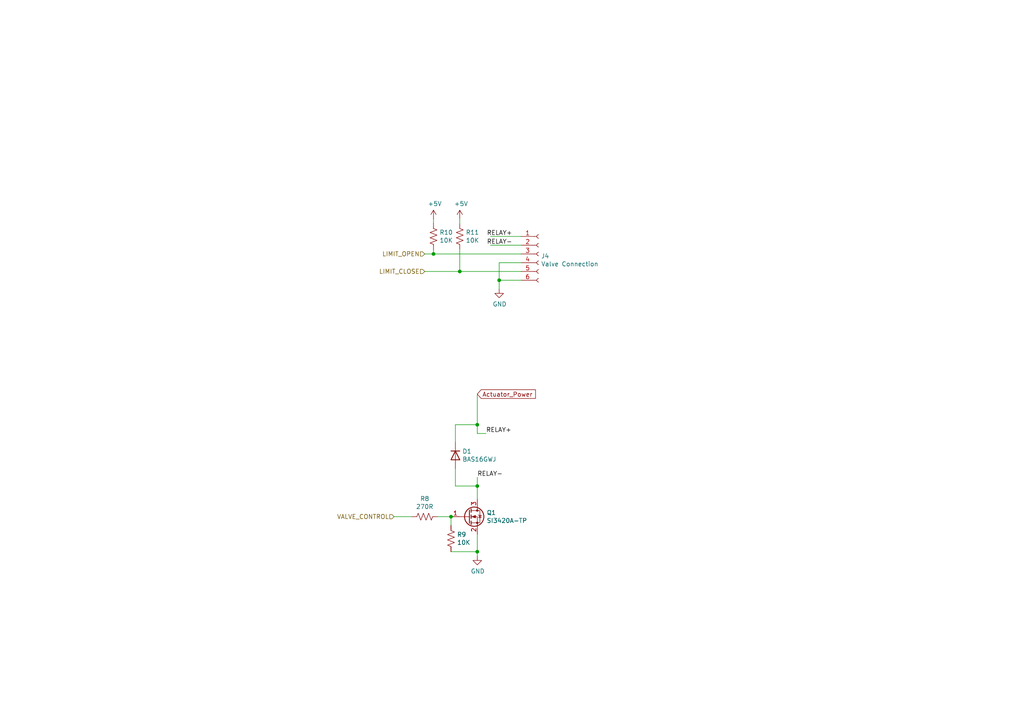
<source format=kicad_sch>
(kicad_sch (version 20230121) (generator eeschema)
  (paper "A4")
  (lib_symbols
    (symbol "Device:D" (pin_numbers hide) (pin_names (offset 1.016) hide)
      (property "Reference" "D" (at 0 2.54 0))
      (property "Value" "D" (at 0 -2.54 0))
      (symbol "D_0_1"
        (polyline (pts (xy -1.27 1.27) (xy -1.27 -1.27)) (stroke (width 0.254)))
        (polyline (pts (xy 1.27 0) (xy -1.27 0)))
        (polyline (pts (xy 1.27 1.27) (xy 1.27 -1.27) (xy -1.27 0) (xy 1.27 1.27)) (stroke (width 0.254)))
      )
      (symbol "D_1_1"
        (pin passive line (at -3.81 0 0) (length 2.54) (name "K") (number "1"))
        (pin passive line (at 3.81 0 180) (length 2.54) (name "A") (number "2"))
      )
    )
    (symbol "Device:Q_NMOS_GSD" (pin_names (offset 0) hide)
      (property "Reference" "Q" (at 5.08 1.27 0))
      (property "Value" "Q_NMOS_GSD" (at 5.08 -1.27 0))
      (symbol "Q_NMOS_GSD_0_1"
        (polyline (pts (xy 0.254 0) (xy -2.54 0)))
        (polyline (pts (xy 0.254 1.905) (xy 0.254 -1.905)) (stroke (width 0.254)))
        (polyline (pts (xy 0.762 -1.27) (xy 0.762 -2.286)) (stroke (width 0.254)))
        (polyline (pts (xy 0.762 0.508) (xy 0.762 -0.508)) (stroke (width 0.254)))
        (polyline (pts (xy 0.762 2.286) (xy 0.762 1.27)) (stroke (width 0.254)))
        (polyline (pts (xy 2.54 2.54) (xy 2.54 1.778)))
        (polyline (pts (xy 2.54 -2.54) (xy 2.54 0) (xy 0.762 0)))
        (polyline (pts (xy 0.762 -1.778) (xy 3.302 -1.778) (xy 3.302 1.778) (xy 0.762 1.778)))
        (polyline (pts (xy 1.016 0) (xy 2.032 0.381) (xy 2.032 -0.381) (xy 1.016 0)) (fill (type outline)))
        (polyline (pts (xy 2.794 0.508) (xy 2.921 0.381) (xy 3.683 0.381) (xy 3.81 0.254)))
        (polyline (pts (xy 3.302 0.381) (xy 2.921 -0.254) (xy 3.683 -0.254) (xy 3.302 0.381)))
        (circle (center 1.651 0) (radius 2.794) (stroke (width 0.254)))
        (circle (center 2.54 -1.778) (radius 0.254) (fill (type outline)))
        (circle (center 2.54 1.778) (radius 0.254) (fill (type outline)))
      )
      (symbol "Q_NMOS_GSD_1_1"
        (pin input line (at -5.08 0 0) (length 2.54) (name "G") (number "1"))
        (pin passive line (at 2.54 -5.08 90) (length 2.54) (name "S") (number "2"))
        (pin passive line (at 2.54 5.08 270) (length 2.54) (name "D") (number "3"))
      )
    )
    (symbol "Device:R_US" (pin_numbers hide) (pin_names (offset 0))
      (property "Reference" "R" (at 2.54 0 90))
      (property "Value" "R_US" (at -2.54 0 90))
      (symbol "R_US_0_1"
        (polyline (pts (xy 0 -2.286) (xy 0 -2.54)))
        (polyline (pts (xy 0 2.286) (xy 0 2.54)))
        (polyline (pts (xy 0 -0.762) (xy 1.016 -1.143) (xy 0 -1.524) (xy -1.016 -1.905) (xy 0 -2.286)))
        (polyline (pts (xy 0 0.762) (xy 1.016 0.381) (xy 0 0) (xy -1.016 -0.381) (xy 0 -0.762)))
        (polyline (pts (xy 0 2.286) (xy 1.016 1.905) (xy 0 1.524) (xy -1.016 1.143) (xy 0 0.762)))
      )
      (symbol "R_US_1_1"
        (pin passive line (at 0 3.81 270) (length 1.27) (name "~") (number "1"))
        (pin passive line (at 0 -3.81 90) (length 1.27) (name "~") (number "2"))
      )
    )
    (symbol "actuator-rescue:Conn_01x06_Female-Connector" (pin_names (offset 1.016) hide)
      (property "Reference" "J" (at 0 7.62 0))
      (property "Value" "Connector_Conn_01x06_Female" (at 0 -10.16 0))
      (symbol "Conn_01x06_Female-Connector_1_1"
        (arc (start 0 -7.112) (mid -0.5058 -7.62) (end 0 -8.128) (stroke (width 0.1524)))
        (arc (start 0 -4.572) (mid -0.5058 -5.08) (end 0 -5.588) (stroke (width 0.1524)))
        (arc (start 0 -2.032) (mid -0.5058 -2.54) (end 0 -3.048) (stroke (width 0.1524)))
        (polyline (pts (xy -1.27 -7.62) (xy -0.508 -7.62)) (stroke (width 0.1524)))
        (polyline (pts (xy -1.27 -5.08) (xy -0.508 -5.08)) (stroke (width 0.1524)))
        (polyline (pts (xy -1.27 -2.54) (xy -0.508 -2.54)) (stroke (width 0.1524)))
        (polyline (pts (xy -1.27 0) (xy -0.508 0)) (stroke (width 0.1524)))
        (polyline (pts (xy -1.27 2.54) (xy -0.508 2.54)) (stroke (width 0.1524)))
        (polyline (pts (xy -1.27 5.08) (xy -0.508 5.08)) (stroke (width 0.1524)))
        (arc (start 0 0.508) (mid -0.5058 0) (end 0 -0.508) (stroke (width 0.1524)))
        (arc (start 0 3.048) (mid -0.5058 2.54) (end 0 2.032) (stroke (width 0.1524)))
        (arc (start 0 5.588) (mid -0.5058 5.08) (end 0 4.572) (stroke (width 0.1524)))
        (pin passive line (at -5.08 5.08 0) (length 3.81) (name "Pin_1") (number "1"))
        (pin passive line (at -5.08 2.54 0) (length 3.81) (name "Pin_2") (number "2"))
        (pin passive line (at -5.08 0 0) (length 3.81) (name "Pin_3") (number "3"))
        (pin passive line (at -5.08 -2.54 0) (length 3.81) (name "Pin_4") (number "4"))
        (pin passive line (at -5.08 -5.08 0) (length 3.81) (name "Pin_5") (number "5"))
        (pin passive line (at -5.08 -7.62 0) (length 3.81) (name "Pin_6") (number "6"))
      )
    )
    (symbol "power:+5V" (power) (pin_names (offset 0))
      (property "Value" "+5V" (at 0 3.556 0))
      (symbol "+5V_0_1"
        (polyline (pts (xy -0.762 1.27) (xy 0 2.54)))
        (polyline (pts (xy 0 0) (xy 0 2.54)))
        (polyline (pts (xy 0 2.54) (xy 0.762 1.27)))
      )
      (symbol "+5V_1_1"
        (pin power_in line (at 0 0 90) (length 0) hide (name "+5V") (number "1"))
      )
    )
    (symbol "power:GND" (power) (pin_names (offset 0))
      (property "Value" "GND" (at 0 -3.81 0))
      (symbol "GND_0_1"
        (polyline (pts (xy 0 0) (xy 0 -1.27) (xy 1.27 -1.27) (xy 0 -2.54) (xy -1.27 -1.27) (xy 0 -1.27)))
      )
      (symbol "GND_1_1"
        (pin power_in line (at 0 0 270) (length 0) hide (name "GND") (number "1"))
      )
    )
  )
  (junction (at 138.43 160.02))
  (junction (at 138.43 140.97))
  (junction (at 144.78 81.28))
  (junction (at 130.81 149.86))
  (junction (at 138.43 123.19))
  (junction (at 125.73 73.66))
  (junction (at 133.35 78.74))
  (wire (pts (xy 138.43 140.97) (xy 138.43 144.78)))
  (wire (pts (xy 144.78 81.28) (xy 144.78 83.82)))
  (wire (pts (xy 123.19 78.74) (xy 133.35 78.74)))
  (wire (pts (xy 130.81 160.02) (xy 138.43 160.02)))
  (wire (pts (xy 125.73 73.66) (xy 151.13 73.66)))
  (wire (pts (xy 132.08 123.19) (xy 138.43 123.19)))
  (wire (pts (xy 127 149.86) (xy 130.81 149.86)))
  (wire (pts (xy 132.08 140.97) (xy 138.43 140.97)))
  (wire (pts (xy 140.97 125.73) (xy 138.43 125.73)))
  (wire (pts (xy 138.43 138.43) (xy 138.43 140.97)))
  (wire (pts (xy 133.35 63.5) (xy 133.35 64.77)))
  (wire (pts (xy 132.08 135.89) (xy 132.08 140.97)))
  (wire (pts (xy 133.35 78.74) (xy 151.13 78.74)))
  (wire (pts (xy 138.43 114.3) (xy 138.43 123.19)))
  (wire (pts (xy 151.13 81.28) (xy 144.78 81.28)))
  (wire (pts (xy 138.43 160.02) (xy 138.43 161.29)))
  (wire (pts (xy 114.3 149.86) (xy 119.38 149.86)))
  (wire (pts (xy 133.35 72.39) (xy 133.35 78.74)))
  (wire (pts (xy 130.81 149.86) (xy 130.81 152.4)))
  (wire (pts (xy 138.43 154.94) (xy 138.43 160.02)))
  (wire (pts (xy 123.19 73.66) (xy 125.73 73.66)))
  (wire (pts (xy 125.73 72.39) (xy 125.73 73.66)))
  (wire (pts (xy 142.24 68.58) (xy 151.13 68.58)))
  (wire (pts (xy 132.08 128.27) (xy 132.08 123.19)))
  (wire (pts (xy 144.78 81.28) (xy 144.78 76.2)))
  (wire (pts (xy 138.43 123.19) (xy 138.43 125.73)))
  (wire (pts (xy 151.13 71.12) (xy 142.24 71.12)))
  (wire (pts (xy 125.73 64.77) (xy 125.73 63.5)))
  (wire (pts (xy 144.78 76.2) (xy 151.13 76.2)))
  (label "RELAY+" (at 140.97 125.73 0))
  (label "RELAY-" (at 138.43 138.43 0))
  (label "RELAY-" (at 148.59 71.12 180))
  (label "RELAY+" (at 148.59 68.58 180))
  (global_label "Actuator_Power" (shape input) (at 138.43 114.3 0) (property "Intersheetrefs" "${INTERSHEET_REFS}" (effects hide)))
  (hierarchical_label "VALVE_CONTROL" (shape input) (at 114.3 149.86 180))
  (hierarchical_label "LIMIT_OPEN" (shape input) (at 123.19 73.66 180))
  (hierarchical_label "LIMIT_CLOSE" (shape input) (at 123.19 78.74 180))
  (symbol (lib_id "Device:R_US") (at 123.19 149.86 270) (unit 1)
    (property "Reference" "R8" (at 123.19 144.653 90))
    (property "Value" "270R" (at 123.19 146.9644 90))
    (property "Footprint" "Resistor_SMD:R_0805_2012Metric" (effects hide))
  )
  (symbol (lib_id "actuator-rescue:Conn_01x06_Female-Connector") (at 156.21 73.66 0) (unit 1)
    (property "Reference" "J4" (at 156.9212 74.2696 0) (effects (justify left)))
    (property "Value" "Valve Connection" (at 156.9212 76.581 0) (effects (justify left)))
    (property "Footprint" "canhw_footprints:connector_Harwin_M80-5000642" (effects hide))
  )
  (symbol (lib_id "power:GND") (at 138.43 161.29 0) (unit 1)
    (property "Reference" "#PWR0122" (effects hide))
    (property "Value" "GND" (at 138.557 165.6842 0))
  )
  (symbol (lib_id "Device:D") (at 132.08 132.08 270) (unit 1)
    (property "Reference" "D1" (at 134.0866 130.9116 90) (effects (justify left)))
    (property "Value" "BAS16GWJ" (at 134.0866 133.223 90) (effects (justify left)))
    (property "Footprint" "Diode_SMD:D_SOD-123" (effects hide))
  )
  (symbol (lib_id "Device:R_US") (at 130.81 156.21 0) (unit 1)
    (property "Reference" "R9" (at 132.5372 155.0416 0) (effects (justify left)))
    (property "Value" "10K" (at 132.5372 157.353 0) (effects (justify left)))
    (property "Footprint" "Resistor_SMD:R_0805_2012Metric" (effects hide))
  )
  (symbol (lib_id "power:GND") (at 144.78 83.82 0) (unit 1)
    (property "Reference" "#PWR0124" (effects hide))
    (property "Value" "GND" (at 144.907 88.2142 0))
  )
  (symbol (lib_id "Device:R_US") (at 133.35 68.58 0) (unit 1)
    (property "Reference" "R11" (at 135.0772 67.4116 0) (effects (justify left)))
    (property "Value" "10K" (at 135.0772 69.723 0) (effects (justify left)))
    (property "Footprint" "Resistor_SMD:R_0805_2012Metric" (effects hide))
  )
  (symbol (lib_id "Device:R_US") (at 125.73 68.58 0) (unit 1)
    (property "Reference" "R10" (at 127.4572 67.4116 0) (effects (justify left)))
    (property "Value" "10K" (at 127.4572 69.723 0) (effects (justify left)))
    (property "Footprint" "Resistor_SMD:R_0805_2012Metric" (effects hide))
  )
  (symbol (lib_id "power:+5V") (at 133.35 63.5 0) (unit 1)
    (property "Reference" "#PWR0125" (effects hide))
    (property "Value" "+5V" (at 133.731 59.1058 0))
  )
  (symbol (lib_id "power:+5V") (at 125.73 63.5 0) (unit 1)
    (property "Reference" "#PWR0126" (effects hide))
    (property "Value" "+5V" (at 126.111 59.1058 0))
  )
  (symbol (lib_id "Device:Q_NMOS_GSD") (at 135.89 149.86 0) (unit 1)
    (property "Reference" "Q1" (at 141.1224 148.6916 0) (effects (justify left)))
    (property "Value" "SI3420A-TP" (at 141.1224 151.003 0) (effects (justify left)))
    (property "Footprint" "Package_TO_SOT_SMD:SOT-23_Handsoldering" (effects hide))
  )
)
</source>
